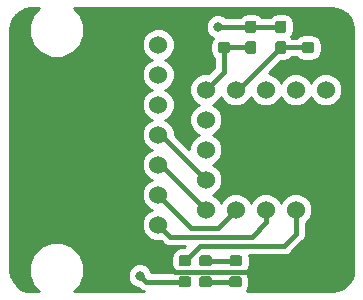
<source format=gbr>
G04 #@! TF.GenerationSoftware,KiCad,Pcbnew,(5.0.0)*
G04 #@! TF.CreationDate,2018-12-16T16:19:50-06:00*
G04 #@! TF.ProjectId,IMUBreakout_Hardware,494D55427265616B6F75745F48617264,rev?*
G04 #@! TF.SameCoordinates,Original*
G04 #@! TF.FileFunction,Copper,L1,Top,Signal*
G04 #@! TF.FilePolarity,Positive*
%FSLAX46Y46*%
G04 Gerber Fmt 4.6, Leading zero omitted, Abs format (unit mm)*
G04 Created by KiCad (PCBNEW (5.0.0)) date 12/16/18 16:19:50*
%MOMM*%
%LPD*%
G01*
G04 APERTURE LIST*
G04 #@! TA.AperFunction,Conductor*
%ADD10C,0.100000*%
G04 #@! TD*
G04 #@! TA.AperFunction,SMDPad,CuDef*
%ADD11C,0.950000*%
G04 #@! TD*
G04 #@! TA.AperFunction,ComponentPad*
%ADD12C,1.524000*%
G04 #@! TD*
G04 #@! TA.AperFunction,ComponentPad*
%ADD13R,1.524000X1.524000*%
G04 #@! TD*
G04 #@! TA.AperFunction,ViaPad*
%ADD14C,0.800000*%
G04 #@! TD*
G04 #@! TA.AperFunction,Conductor*
%ADD15C,0.381000*%
G04 #@! TD*
G04 #@! TA.AperFunction,Conductor*
%ADD16C,0.254000*%
G04 #@! TD*
G04 APERTURE END LIST*
D10*
G04 #@! TO.N,+3V3*
G04 #@! TO.C,R3*
G36*
X155962779Y-88124744D02*
X155985834Y-88128163D01*
X156008443Y-88133827D01*
X156030387Y-88141679D01*
X156051457Y-88151644D01*
X156071448Y-88163626D01*
X156090168Y-88177510D01*
X156107438Y-88193162D01*
X156123090Y-88210432D01*
X156136974Y-88229152D01*
X156148956Y-88249143D01*
X156158921Y-88270213D01*
X156166773Y-88292157D01*
X156172437Y-88314766D01*
X156175856Y-88337821D01*
X156177000Y-88361100D01*
X156177000Y-88936100D01*
X156175856Y-88959379D01*
X156172437Y-88982434D01*
X156166773Y-89005043D01*
X156158921Y-89026987D01*
X156148956Y-89048057D01*
X156136974Y-89068048D01*
X156123090Y-89086768D01*
X156107438Y-89104038D01*
X156090168Y-89119690D01*
X156071448Y-89133574D01*
X156051457Y-89145556D01*
X156030387Y-89155521D01*
X156008443Y-89163373D01*
X155985834Y-89169037D01*
X155962779Y-89172456D01*
X155939500Y-89173600D01*
X155464500Y-89173600D01*
X155441221Y-89172456D01*
X155418166Y-89169037D01*
X155395557Y-89163373D01*
X155373613Y-89155521D01*
X155352543Y-89145556D01*
X155332552Y-89133574D01*
X155313832Y-89119690D01*
X155296562Y-89104038D01*
X155280910Y-89086768D01*
X155267026Y-89068048D01*
X155255044Y-89048057D01*
X155245079Y-89026987D01*
X155237227Y-89005043D01*
X155231563Y-88982434D01*
X155228144Y-88959379D01*
X155227000Y-88936100D01*
X155227000Y-88361100D01*
X155228144Y-88337821D01*
X155231563Y-88314766D01*
X155237227Y-88292157D01*
X155245079Y-88270213D01*
X155255044Y-88249143D01*
X155267026Y-88229152D01*
X155280910Y-88210432D01*
X155296562Y-88193162D01*
X155313832Y-88177510D01*
X155332552Y-88163626D01*
X155352543Y-88151644D01*
X155373613Y-88141679D01*
X155395557Y-88133827D01*
X155418166Y-88128163D01*
X155441221Y-88124744D01*
X155464500Y-88123600D01*
X155939500Y-88123600D01*
X155962779Y-88124744D01*
X155962779Y-88124744D01*
G37*
D11*
G04 #@! TD*
G04 #@! TO.P,R3,2*
G04 #@! TO.N,+3V3*
X155702000Y-88648600D03*
D10*
G04 #@! TO.N,SDOM*
G04 #@! TO.C,R3*
G36*
X155962779Y-89874744D02*
X155985834Y-89878163D01*
X156008443Y-89883827D01*
X156030387Y-89891679D01*
X156051457Y-89901644D01*
X156071448Y-89913626D01*
X156090168Y-89927510D01*
X156107438Y-89943162D01*
X156123090Y-89960432D01*
X156136974Y-89979152D01*
X156148956Y-89999143D01*
X156158921Y-90020213D01*
X156166773Y-90042157D01*
X156172437Y-90064766D01*
X156175856Y-90087821D01*
X156177000Y-90111100D01*
X156177000Y-90686100D01*
X156175856Y-90709379D01*
X156172437Y-90732434D01*
X156166773Y-90755043D01*
X156158921Y-90776987D01*
X156148956Y-90798057D01*
X156136974Y-90818048D01*
X156123090Y-90836768D01*
X156107438Y-90854038D01*
X156090168Y-90869690D01*
X156071448Y-90883574D01*
X156051457Y-90895556D01*
X156030387Y-90905521D01*
X156008443Y-90913373D01*
X155985834Y-90919037D01*
X155962779Y-90922456D01*
X155939500Y-90923600D01*
X155464500Y-90923600D01*
X155441221Y-90922456D01*
X155418166Y-90919037D01*
X155395557Y-90913373D01*
X155373613Y-90905521D01*
X155352543Y-90895556D01*
X155332552Y-90883574D01*
X155313832Y-90869690D01*
X155296562Y-90854038D01*
X155280910Y-90836768D01*
X155267026Y-90818048D01*
X155255044Y-90798057D01*
X155245079Y-90776987D01*
X155237227Y-90755043D01*
X155231563Y-90732434D01*
X155228144Y-90709379D01*
X155227000Y-90686100D01*
X155227000Y-90111100D01*
X155228144Y-90087821D01*
X155231563Y-90064766D01*
X155237227Y-90042157D01*
X155245079Y-90020213D01*
X155255044Y-89999143D01*
X155267026Y-89979152D01*
X155280910Y-89960432D01*
X155296562Y-89943162D01*
X155313832Y-89927510D01*
X155332552Y-89913626D01*
X155352543Y-89901644D01*
X155373613Y-89891679D01*
X155395557Y-89883827D01*
X155418166Y-89878163D01*
X155441221Y-89874744D01*
X155464500Y-89873600D01*
X155939500Y-89873600D01*
X155962779Y-89874744D01*
X155962779Y-89874744D01*
G37*
D11*
G04 #@! TD*
G04 #@! TO.P,R3,1*
G04 #@! TO.N,SDOM*
X155702000Y-90398600D03*
D12*
G04 #@! TO.P,Conn1,1*
G04 #@! TO.N,GND*
X147886958Y-107950000D03*
G04 #@! TO.P,Conn1,2*
G04 #@! TO.N,INT2AG*
X147886958Y-105410000D03*
G04 #@! TO.P,Conn1,3*
G04 #@! TO.N,INT1AG*
X147886958Y-102870000D03*
G04 #@! TO.P,Conn1,4*
G04 #@! TO.N,INTM*
X147886958Y-100330000D03*
G04 #@! TO.P,Conn1,5*
G04 #@! TO.N,DRDYM*
X147886958Y-97790000D03*
G04 #@! TO.P,Conn1,6*
G04 #@! TO.N,SDA*
X147886958Y-95250000D03*
G04 #@! TO.P,Conn1,7*
G04 #@! TO.N,SCL*
X147886958Y-92710000D03*
G04 #@! TO.P,Conn1,8*
G04 #@! TO.N,+3V3*
X147886958Y-90170000D03*
G04 #@! TD*
D10*
G04 #@! TO.N,SDOAG*
G04 #@! TO.C,R1*
G36*
X158502779Y-89874744D02*
X158525834Y-89878163D01*
X158548443Y-89883827D01*
X158570387Y-89891679D01*
X158591457Y-89901644D01*
X158611448Y-89913626D01*
X158630168Y-89927510D01*
X158647438Y-89943162D01*
X158663090Y-89960432D01*
X158676974Y-89979152D01*
X158688956Y-89999143D01*
X158698921Y-90020213D01*
X158706773Y-90042157D01*
X158712437Y-90064766D01*
X158715856Y-90087821D01*
X158717000Y-90111100D01*
X158717000Y-90686100D01*
X158715856Y-90709379D01*
X158712437Y-90732434D01*
X158706773Y-90755043D01*
X158698921Y-90776987D01*
X158688956Y-90798057D01*
X158676974Y-90818048D01*
X158663090Y-90836768D01*
X158647438Y-90854038D01*
X158630168Y-90869690D01*
X158611448Y-90883574D01*
X158591457Y-90895556D01*
X158570387Y-90905521D01*
X158548443Y-90913373D01*
X158525834Y-90919037D01*
X158502779Y-90922456D01*
X158479500Y-90923600D01*
X158004500Y-90923600D01*
X157981221Y-90922456D01*
X157958166Y-90919037D01*
X157935557Y-90913373D01*
X157913613Y-90905521D01*
X157892543Y-90895556D01*
X157872552Y-90883574D01*
X157853832Y-90869690D01*
X157836562Y-90854038D01*
X157820910Y-90836768D01*
X157807026Y-90818048D01*
X157795044Y-90798057D01*
X157785079Y-90776987D01*
X157777227Y-90755043D01*
X157771563Y-90732434D01*
X157768144Y-90709379D01*
X157767000Y-90686100D01*
X157767000Y-90111100D01*
X157768144Y-90087821D01*
X157771563Y-90064766D01*
X157777227Y-90042157D01*
X157785079Y-90020213D01*
X157795044Y-89999143D01*
X157807026Y-89979152D01*
X157820910Y-89960432D01*
X157836562Y-89943162D01*
X157853832Y-89927510D01*
X157872552Y-89913626D01*
X157892543Y-89901644D01*
X157913613Y-89891679D01*
X157935557Y-89883827D01*
X157958166Y-89878163D01*
X157981221Y-89874744D01*
X158004500Y-89873600D01*
X158479500Y-89873600D01*
X158502779Y-89874744D01*
X158502779Y-89874744D01*
G37*
D11*
G04 #@! TD*
G04 #@! TO.P,R1,1*
G04 #@! TO.N,SDOAG*
X158242000Y-90398600D03*
D10*
G04 #@! TO.N,+3V3*
G04 #@! TO.C,R1*
G36*
X158502779Y-88124744D02*
X158525834Y-88128163D01*
X158548443Y-88133827D01*
X158570387Y-88141679D01*
X158591457Y-88151644D01*
X158611448Y-88163626D01*
X158630168Y-88177510D01*
X158647438Y-88193162D01*
X158663090Y-88210432D01*
X158676974Y-88229152D01*
X158688956Y-88249143D01*
X158698921Y-88270213D01*
X158706773Y-88292157D01*
X158712437Y-88314766D01*
X158715856Y-88337821D01*
X158717000Y-88361100D01*
X158717000Y-88936100D01*
X158715856Y-88959379D01*
X158712437Y-88982434D01*
X158706773Y-89005043D01*
X158698921Y-89026987D01*
X158688956Y-89048057D01*
X158676974Y-89068048D01*
X158663090Y-89086768D01*
X158647438Y-89104038D01*
X158630168Y-89119690D01*
X158611448Y-89133574D01*
X158591457Y-89145556D01*
X158570387Y-89155521D01*
X158548443Y-89163373D01*
X158525834Y-89169037D01*
X158502779Y-89172456D01*
X158479500Y-89173600D01*
X158004500Y-89173600D01*
X157981221Y-89172456D01*
X157958166Y-89169037D01*
X157935557Y-89163373D01*
X157913613Y-89155521D01*
X157892543Y-89145556D01*
X157872552Y-89133574D01*
X157853832Y-89119690D01*
X157836562Y-89104038D01*
X157820910Y-89086768D01*
X157807026Y-89068048D01*
X157795044Y-89048057D01*
X157785079Y-89026987D01*
X157777227Y-89005043D01*
X157771563Y-88982434D01*
X157768144Y-88959379D01*
X157767000Y-88936100D01*
X157767000Y-88361100D01*
X157768144Y-88337821D01*
X157771563Y-88314766D01*
X157777227Y-88292157D01*
X157785079Y-88270213D01*
X157795044Y-88249143D01*
X157807026Y-88229152D01*
X157820910Y-88210432D01*
X157836562Y-88193162D01*
X157853832Y-88177510D01*
X157872552Y-88163626D01*
X157892543Y-88151644D01*
X157913613Y-88141679D01*
X157935557Y-88133827D01*
X157958166Y-88128163D01*
X157981221Y-88124744D01*
X158004500Y-88123600D01*
X158479500Y-88123600D01*
X158502779Y-88124744D01*
X158502779Y-88124744D01*
G37*
D11*
G04 #@! TD*
G04 #@! TO.P,R1,2*
G04 #@! TO.N,+3V3*
X158242000Y-88648600D03*
D10*
G04 #@! TO.N,SDOAG*
G04 #@! TO.C,R2*
G36*
X160838779Y-89924744D02*
X160861834Y-89928163D01*
X160884443Y-89933827D01*
X160906387Y-89941679D01*
X160927457Y-89951644D01*
X160947448Y-89963626D01*
X160966168Y-89977510D01*
X160983438Y-89993162D01*
X160999090Y-90010432D01*
X161012974Y-90029152D01*
X161024956Y-90049143D01*
X161034921Y-90070213D01*
X161042773Y-90092157D01*
X161048437Y-90114766D01*
X161051856Y-90137821D01*
X161053000Y-90161100D01*
X161053000Y-90636100D01*
X161051856Y-90659379D01*
X161048437Y-90682434D01*
X161042773Y-90705043D01*
X161034921Y-90726987D01*
X161024956Y-90748057D01*
X161012974Y-90768048D01*
X160999090Y-90786768D01*
X160983438Y-90804038D01*
X160966168Y-90819690D01*
X160947448Y-90833574D01*
X160927457Y-90845556D01*
X160906387Y-90855521D01*
X160884443Y-90863373D01*
X160861834Y-90869037D01*
X160838779Y-90872456D01*
X160815500Y-90873600D01*
X160240500Y-90873600D01*
X160217221Y-90872456D01*
X160194166Y-90869037D01*
X160171557Y-90863373D01*
X160149613Y-90855521D01*
X160128543Y-90845556D01*
X160108552Y-90833574D01*
X160089832Y-90819690D01*
X160072562Y-90804038D01*
X160056910Y-90786768D01*
X160043026Y-90768048D01*
X160031044Y-90748057D01*
X160021079Y-90726987D01*
X160013227Y-90705043D01*
X160007563Y-90682434D01*
X160004144Y-90659379D01*
X160003000Y-90636100D01*
X160003000Y-90161100D01*
X160004144Y-90137821D01*
X160007563Y-90114766D01*
X160013227Y-90092157D01*
X160021079Y-90070213D01*
X160031044Y-90049143D01*
X160043026Y-90029152D01*
X160056910Y-90010432D01*
X160072562Y-89993162D01*
X160089832Y-89977510D01*
X160108552Y-89963626D01*
X160128543Y-89951644D01*
X160149613Y-89941679D01*
X160171557Y-89933827D01*
X160194166Y-89928163D01*
X160217221Y-89924744D01*
X160240500Y-89923600D01*
X160815500Y-89923600D01*
X160838779Y-89924744D01*
X160838779Y-89924744D01*
G37*
D11*
G04 #@! TD*
G04 #@! TO.P,R2,1*
G04 #@! TO.N,SDOAG*
X160528000Y-90398600D03*
D10*
G04 #@! TO.N,GND*
G04 #@! TO.C,R2*
G36*
X162588779Y-89924744D02*
X162611834Y-89928163D01*
X162634443Y-89933827D01*
X162656387Y-89941679D01*
X162677457Y-89951644D01*
X162697448Y-89963626D01*
X162716168Y-89977510D01*
X162733438Y-89993162D01*
X162749090Y-90010432D01*
X162762974Y-90029152D01*
X162774956Y-90049143D01*
X162784921Y-90070213D01*
X162792773Y-90092157D01*
X162798437Y-90114766D01*
X162801856Y-90137821D01*
X162803000Y-90161100D01*
X162803000Y-90636100D01*
X162801856Y-90659379D01*
X162798437Y-90682434D01*
X162792773Y-90705043D01*
X162784921Y-90726987D01*
X162774956Y-90748057D01*
X162762974Y-90768048D01*
X162749090Y-90786768D01*
X162733438Y-90804038D01*
X162716168Y-90819690D01*
X162697448Y-90833574D01*
X162677457Y-90845556D01*
X162656387Y-90855521D01*
X162634443Y-90863373D01*
X162611834Y-90869037D01*
X162588779Y-90872456D01*
X162565500Y-90873600D01*
X161990500Y-90873600D01*
X161967221Y-90872456D01*
X161944166Y-90869037D01*
X161921557Y-90863373D01*
X161899613Y-90855521D01*
X161878543Y-90845556D01*
X161858552Y-90833574D01*
X161839832Y-90819690D01*
X161822562Y-90804038D01*
X161806910Y-90786768D01*
X161793026Y-90768048D01*
X161781044Y-90748057D01*
X161771079Y-90726987D01*
X161763227Y-90705043D01*
X161757563Y-90682434D01*
X161754144Y-90659379D01*
X161753000Y-90636100D01*
X161753000Y-90161100D01*
X161754144Y-90137821D01*
X161757563Y-90114766D01*
X161763227Y-90092157D01*
X161771079Y-90070213D01*
X161781044Y-90049143D01*
X161793026Y-90029152D01*
X161806910Y-90010432D01*
X161822562Y-89993162D01*
X161839832Y-89977510D01*
X161858552Y-89963626D01*
X161878543Y-89951644D01*
X161899613Y-89941679D01*
X161921557Y-89933827D01*
X161944166Y-89928163D01*
X161967221Y-89924744D01*
X161990500Y-89923600D01*
X162565500Y-89923600D01*
X162588779Y-89924744D01*
X162588779Y-89924744D01*
G37*
D11*
G04 #@! TD*
G04 #@! TO.P,R2,2*
G04 #@! TO.N,GND*
X162278000Y-90398600D03*
D10*
G04 #@! TO.N,GND*
G04 #@! TO.C,R4*
G36*
X151976779Y-89924744D02*
X151999834Y-89928163D01*
X152022443Y-89933827D01*
X152044387Y-89941679D01*
X152065457Y-89951644D01*
X152085448Y-89963626D01*
X152104168Y-89977510D01*
X152121438Y-89993162D01*
X152137090Y-90010432D01*
X152150974Y-90029152D01*
X152162956Y-90049143D01*
X152172921Y-90070213D01*
X152180773Y-90092157D01*
X152186437Y-90114766D01*
X152189856Y-90137821D01*
X152191000Y-90161100D01*
X152191000Y-90636100D01*
X152189856Y-90659379D01*
X152186437Y-90682434D01*
X152180773Y-90705043D01*
X152172921Y-90726987D01*
X152162956Y-90748057D01*
X152150974Y-90768048D01*
X152137090Y-90786768D01*
X152121438Y-90804038D01*
X152104168Y-90819690D01*
X152085448Y-90833574D01*
X152065457Y-90845556D01*
X152044387Y-90855521D01*
X152022443Y-90863373D01*
X151999834Y-90869037D01*
X151976779Y-90872456D01*
X151953500Y-90873600D01*
X151378500Y-90873600D01*
X151355221Y-90872456D01*
X151332166Y-90869037D01*
X151309557Y-90863373D01*
X151287613Y-90855521D01*
X151266543Y-90845556D01*
X151246552Y-90833574D01*
X151227832Y-90819690D01*
X151210562Y-90804038D01*
X151194910Y-90786768D01*
X151181026Y-90768048D01*
X151169044Y-90748057D01*
X151159079Y-90726987D01*
X151151227Y-90705043D01*
X151145563Y-90682434D01*
X151142144Y-90659379D01*
X151141000Y-90636100D01*
X151141000Y-90161100D01*
X151142144Y-90137821D01*
X151145563Y-90114766D01*
X151151227Y-90092157D01*
X151159079Y-90070213D01*
X151169044Y-90049143D01*
X151181026Y-90029152D01*
X151194910Y-90010432D01*
X151210562Y-89993162D01*
X151227832Y-89977510D01*
X151246552Y-89963626D01*
X151266543Y-89951644D01*
X151287613Y-89941679D01*
X151309557Y-89933827D01*
X151332166Y-89928163D01*
X151355221Y-89924744D01*
X151378500Y-89923600D01*
X151953500Y-89923600D01*
X151976779Y-89924744D01*
X151976779Y-89924744D01*
G37*
D11*
G04 #@! TD*
G04 #@! TO.P,R4,2*
G04 #@! TO.N,GND*
X151666000Y-90398600D03*
D10*
G04 #@! TO.N,SDOM*
G04 #@! TO.C,R4*
G36*
X153726779Y-89924744D02*
X153749834Y-89928163D01*
X153772443Y-89933827D01*
X153794387Y-89941679D01*
X153815457Y-89951644D01*
X153835448Y-89963626D01*
X153854168Y-89977510D01*
X153871438Y-89993162D01*
X153887090Y-90010432D01*
X153900974Y-90029152D01*
X153912956Y-90049143D01*
X153922921Y-90070213D01*
X153930773Y-90092157D01*
X153936437Y-90114766D01*
X153939856Y-90137821D01*
X153941000Y-90161100D01*
X153941000Y-90636100D01*
X153939856Y-90659379D01*
X153936437Y-90682434D01*
X153930773Y-90705043D01*
X153922921Y-90726987D01*
X153912956Y-90748057D01*
X153900974Y-90768048D01*
X153887090Y-90786768D01*
X153871438Y-90804038D01*
X153854168Y-90819690D01*
X153835448Y-90833574D01*
X153815457Y-90845556D01*
X153794387Y-90855521D01*
X153772443Y-90863373D01*
X153749834Y-90869037D01*
X153726779Y-90872456D01*
X153703500Y-90873600D01*
X153128500Y-90873600D01*
X153105221Y-90872456D01*
X153082166Y-90869037D01*
X153059557Y-90863373D01*
X153037613Y-90855521D01*
X153016543Y-90845556D01*
X152996552Y-90833574D01*
X152977832Y-90819690D01*
X152960562Y-90804038D01*
X152944910Y-90786768D01*
X152931026Y-90768048D01*
X152919044Y-90748057D01*
X152909079Y-90726987D01*
X152901227Y-90705043D01*
X152895563Y-90682434D01*
X152892144Y-90659379D01*
X152891000Y-90636100D01*
X152891000Y-90161100D01*
X152892144Y-90137821D01*
X152895563Y-90114766D01*
X152901227Y-90092157D01*
X152909079Y-90070213D01*
X152919044Y-90049143D01*
X152931026Y-90029152D01*
X152944910Y-90010432D01*
X152960562Y-89993162D01*
X152977832Y-89977510D01*
X152996552Y-89963626D01*
X153016543Y-89951644D01*
X153037613Y-89941679D01*
X153059557Y-89933827D01*
X153082166Y-89928163D01*
X153105221Y-89924744D01*
X153128500Y-89923600D01*
X153703500Y-89923600D01*
X153726779Y-89924744D01*
X153726779Y-89924744D01*
G37*
D11*
G04 #@! TD*
G04 #@! TO.P,R4,1*
G04 #@! TO.N,SDOM*
X153416000Y-90398600D03*
D12*
G04 #@! TO.P,U1,5*
G04 #@! TO.N,SDOM*
X151892000Y-93980000D03*
G04 #@! TO.P,U1,6*
G04 #@! TO.N,+3V3*
X151892000Y-96520000D03*
G04 #@! TO.P,U1,7*
X151892000Y-99060000D03*
G04 #@! TO.P,U1,8*
G04 #@! TO.N,DRDYM*
X151892000Y-101600000D03*
G04 #@! TO.P,U1,9*
G04 #@! TO.N,INTM*
X151892000Y-104140000D03*
G04 #@! TO.P,U1,10*
G04 #@! TO.N,INT1AG*
X154432000Y-104140000D03*
G04 #@! TO.P,U1,11*
G04 #@! TO.N,INT2AG*
X156972000Y-104140000D03*
G04 #@! TO.P,U1,12*
G04 #@! TO.N,+3V3*
X159512000Y-104140000D03*
D13*
G04 #@! TO.P,U1,13*
G04 #@! TO.N,GND*
X162052000Y-104140000D03*
D12*
G04 #@! TO.P,U1,4*
G04 #@! TO.N,SDOAG*
X154432000Y-93980000D03*
G04 #@! TO.P,U1,3*
G04 #@! TO.N,SDA*
X156972000Y-93980000D03*
G04 #@! TO.P,U1,2*
G04 #@! TO.N,SCL*
X159512000Y-93980000D03*
G04 #@! TO.P,U1,1*
G04 #@! TO.N,+3V3*
X162052000Y-93980000D03*
G04 #@! TD*
D10*
G04 #@! TO.N,GND*
G04 #@! TO.C,D1*
G36*
X156464779Y-109762144D02*
X156487834Y-109765563D01*
X156510443Y-109771227D01*
X156532387Y-109779079D01*
X156553457Y-109789044D01*
X156573448Y-109801026D01*
X156592168Y-109814910D01*
X156609438Y-109830562D01*
X156625090Y-109847832D01*
X156638974Y-109866552D01*
X156650956Y-109886543D01*
X156660921Y-109907613D01*
X156668773Y-109929557D01*
X156674437Y-109952166D01*
X156677856Y-109975221D01*
X156679000Y-109998500D01*
X156679000Y-110473500D01*
X156677856Y-110496779D01*
X156674437Y-110519834D01*
X156668773Y-110542443D01*
X156660921Y-110564387D01*
X156650956Y-110585457D01*
X156638974Y-110605448D01*
X156625090Y-110624168D01*
X156609438Y-110641438D01*
X156592168Y-110657090D01*
X156573448Y-110670974D01*
X156553457Y-110682956D01*
X156532387Y-110692921D01*
X156510443Y-110700773D01*
X156487834Y-110706437D01*
X156464779Y-110709856D01*
X156441500Y-110711000D01*
X155866500Y-110711000D01*
X155843221Y-110709856D01*
X155820166Y-110706437D01*
X155797557Y-110700773D01*
X155775613Y-110692921D01*
X155754543Y-110682956D01*
X155734552Y-110670974D01*
X155715832Y-110657090D01*
X155698562Y-110641438D01*
X155682910Y-110624168D01*
X155669026Y-110605448D01*
X155657044Y-110585457D01*
X155647079Y-110564387D01*
X155639227Y-110542443D01*
X155633563Y-110519834D01*
X155630144Y-110496779D01*
X155629000Y-110473500D01*
X155629000Y-109998500D01*
X155630144Y-109975221D01*
X155633563Y-109952166D01*
X155639227Y-109929557D01*
X155647079Y-109907613D01*
X155657044Y-109886543D01*
X155669026Y-109866552D01*
X155682910Y-109847832D01*
X155698562Y-109830562D01*
X155715832Y-109814910D01*
X155734552Y-109801026D01*
X155754543Y-109789044D01*
X155775613Y-109779079D01*
X155797557Y-109771227D01*
X155820166Y-109765563D01*
X155843221Y-109762144D01*
X155866500Y-109761000D01*
X156441500Y-109761000D01*
X156464779Y-109762144D01*
X156464779Y-109762144D01*
G37*
D11*
G04 #@! TD*
G04 #@! TO.P,D1,1*
G04 #@! TO.N,GND*
X156154000Y-110236000D03*
D10*
G04 #@! TO.N,Net-(D1-Pad2)*
G04 #@! TO.C,D1*
G36*
X154714779Y-109762144D02*
X154737834Y-109765563D01*
X154760443Y-109771227D01*
X154782387Y-109779079D01*
X154803457Y-109789044D01*
X154823448Y-109801026D01*
X154842168Y-109814910D01*
X154859438Y-109830562D01*
X154875090Y-109847832D01*
X154888974Y-109866552D01*
X154900956Y-109886543D01*
X154910921Y-109907613D01*
X154918773Y-109929557D01*
X154924437Y-109952166D01*
X154927856Y-109975221D01*
X154929000Y-109998500D01*
X154929000Y-110473500D01*
X154927856Y-110496779D01*
X154924437Y-110519834D01*
X154918773Y-110542443D01*
X154910921Y-110564387D01*
X154900956Y-110585457D01*
X154888974Y-110605448D01*
X154875090Y-110624168D01*
X154859438Y-110641438D01*
X154842168Y-110657090D01*
X154823448Y-110670974D01*
X154803457Y-110682956D01*
X154782387Y-110692921D01*
X154760443Y-110700773D01*
X154737834Y-110706437D01*
X154714779Y-110709856D01*
X154691500Y-110711000D01*
X154116500Y-110711000D01*
X154093221Y-110709856D01*
X154070166Y-110706437D01*
X154047557Y-110700773D01*
X154025613Y-110692921D01*
X154004543Y-110682956D01*
X153984552Y-110670974D01*
X153965832Y-110657090D01*
X153948562Y-110641438D01*
X153932910Y-110624168D01*
X153919026Y-110605448D01*
X153907044Y-110585457D01*
X153897079Y-110564387D01*
X153889227Y-110542443D01*
X153883563Y-110519834D01*
X153880144Y-110496779D01*
X153879000Y-110473500D01*
X153879000Y-109998500D01*
X153880144Y-109975221D01*
X153883563Y-109952166D01*
X153889227Y-109929557D01*
X153897079Y-109907613D01*
X153907044Y-109886543D01*
X153919026Y-109866552D01*
X153932910Y-109847832D01*
X153948562Y-109830562D01*
X153965832Y-109814910D01*
X153984552Y-109801026D01*
X154004543Y-109789044D01*
X154025613Y-109779079D01*
X154047557Y-109771227D01*
X154070166Y-109765563D01*
X154093221Y-109762144D01*
X154116500Y-109761000D01*
X154691500Y-109761000D01*
X154714779Y-109762144D01*
X154714779Y-109762144D01*
G37*
D11*
G04 #@! TD*
G04 #@! TO.P,D1,2*
G04 #@! TO.N,Net-(D1-Pad2)*
X154404000Y-110236000D03*
D10*
G04 #@! TO.N,Net-(D2-Pad2)*
G04 #@! TO.C,D2*
G36*
X154742779Y-107984144D02*
X154765834Y-107987563D01*
X154788443Y-107993227D01*
X154810387Y-108001079D01*
X154831457Y-108011044D01*
X154851448Y-108023026D01*
X154870168Y-108036910D01*
X154887438Y-108052562D01*
X154903090Y-108069832D01*
X154916974Y-108088552D01*
X154928956Y-108108543D01*
X154938921Y-108129613D01*
X154946773Y-108151557D01*
X154952437Y-108174166D01*
X154955856Y-108197221D01*
X154957000Y-108220500D01*
X154957000Y-108695500D01*
X154955856Y-108718779D01*
X154952437Y-108741834D01*
X154946773Y-108764443D01*
X154938921Y-108786387D01*
X154928956Y-108807457D01*
X154916974Y-108827448D01*
X154903090Y-108846168D01*
X154887438Y-108863438D01*
X154870168Y-108879090D01*
X154851448Y-108892974D01*
X154831457Y-108904956D01*
X154810387Y-108914921D01*
X154788443Y-108922773D01*
X154765834Y-108928437D01*
X154742779Y-108931856D01*
X154719500Y-108933000D01*
X154144500Y-108933000D01*
X154121221Y-108931856D01*
X154098166Y-108928437D01*
X154075557Y-108922773D01*
X154053613Y-108914921D01*
X154032543Y-108904956D01*
X154012552Y-108892974D01*
X153993832Y-108879090D01*
X153976562Y-108863438D01*
X153960910Y-108846168D01*
X153947026Y-108827448D01*
X153935044Y-108807457D01*
X153925079Y-108786387D01*
X153917227Y-108764443D01*
X153911563Y-108741834D01*
X153908144Y-108718779D01*
X153907000Y-108695500D01*
X153907000Y-108220500D01*
X153908144Y-108197221D01*
X153911563Y-108174166D01*
X153917227Y-108151557D01*
X153925079Y-108129613D01*
X153935044Y-108108543D01*
X153947026Y-108088552D01*
X153960910Y-108069832D01*
X153976562Y-108052562D01*
X153993832Y-108036910D01*
X154012552Y-108023026D01*
X154032543Y-108011044D01*
X154053613Y-108001079D01*
X154075557Y-107993227D01*
X154098166Y-107987563D01*
X154121221Y-107984144D01*
X154144500Y-107983000D01*
X154719500Y-107983000D01*
X154742779Y-107984144D01*
X154742779Y-107984144D01*
G37*
D11*
G04 #@! TD*
G04 #@! TO.P,D2,2*
G04 #@! TO.N,Net-(D2-Pad2)*
X154432000Y-108458000D03*
D10*
G04 #@! TO.N,GND*
G04 #@! TO.C,D2*
G36*
X156492779Y-107984144D02*
X156515834Y-107987563D01*
X156538443Y-107993227D01*
X156560387Y-108001079D01*
X156581457Y-108011044D01*
X156601448Y-108023026D01*
X156620168Y-108036910D01*
X156637438Y-108052562D01*
X156653090Y-108069832D01*
X156666974Y-108088552D01*
X156678956Y-108108543D01*
X156688921Y-108129613D01*
X156696773Y-108151557D01*
X156702437Y-108174166D01*
X156705856Y-108197221D01*
X156707000Y-108220500D01*
X156707000Y-108695500D01*
X156705856Y-108718779D01*
X156702437Y-108741834D01*
X156696773Y-108764443D01*
X156688921Y-108786387D01*
X156678956Y-108807457D01*
X156666974Y-108827448D01*
X156653090Y-108846168D01*
X156637438Y-108863438D01*
X156620168Y-108879090D01*
X156601448Y-108892974D01*
X156581457Y-108904956D01*
X156560387Y-108914921D01*
X156538443Y-108922773D01*
X156515834Y-108928437D01*
X156492779Y-108931856D01*
X156469500Y-108933000D01*
X155894500Y-108933000D01*
X155871221Y-108931856D01*
X155848166Y-108928437D01*
X155825557Y-108922773D01*
X155803613Y-108914921D01*
X155782543Y-108904956D01*
X155762552Y-108892974D01*
X155743832Y-108879090D01*
X155726562Y-108863438D01*
X155710910Y-108846168D01*
X155697026Y-108827448D01*
X155685044Y-108807457D01*
X155675079Y-108786387D01*
X155667227Y-108764443D01*
X155661563Y-108741834D01*
X155658144Y-108718779D01*
X155657000Y-108695500D01*
X155657000Y-108220500D01*
X155658144Y-108197221D01*
X155661563Y-108174166D01*
X155667227Y-108151557D01*
X155675079Y-108129613D01*
X155685044Y-108108543D01*
X155697026Y-108088552D01*
X155710910Y-108069832D01*
X155726562Y-108052562D01*
X155743832Y-108036910D01*
X155762552Y-108023026D01*
X155782543Y-108011044D01*
X155803613Y-108001079D01*
X155825557Y-107993227D01*
X155848166Y-107987563D01*
X155871221Y-107984144D01*
X155894500Y-107983000D01*
X156469500Y-107983000D01*
X156492779Y-107984144D01*
X156492779Y-107984144D01*
G37*
D11*
G04 #@! TD*
G04 #@! TO.P,D2,1*
G04 #@! TO.N,GND*
X156182000Y-108458000D03*
D10*
G04 #@! TO.N,SDA*
G04 #@! TO.C,R5*
G36*
X150424779Y-109762144D02*
X150447834Y-109765563D01*
X150470443Y-109771227D01*
X150492387Y-109779079D01*
X150513457Y-109789044D01*
X150533448Y-109801026D01*
X150552168Y-109814910D01*
X150569438Y-109830562D01*
X150585090Y-109847832D01*
X150598974Y-109866552D01*
X150610956Y-109886543D01*
X150620921Y-109907613D01*
X150628773Y-109929557D01*
X150634437Y-109952166D01*
X150637856Y-109975221D01*
X150639000Y-109998500D01*
X150639000Y-110473500D01*
X150637856Y-110496779D01*
X150634437Y-110519834D01*
X150628773Y-110542443D01*
X150620921Y-110564387D01*
X150610956Y-110585457D01*
X150598974Y-110605448D01*
X150585090Y-110624168D01*
X150569438Y-110641438D01*
X150552168Y-110657090D01*
X150533448Y-110670974D01*
X150513457Y-110682956D01*
X150492387Y-110692921D01*
X150470443Y-110700773D01*
X150447834Y-110706437D01*
X150424779Y-110709856D01*
X150401500Y-110711000D01*
X149826500Y-110711000D01*
X149803221Y-110709856D01*
X149780166Y-110706437D01*
X149757557Y-110700773D01*
X149735613Y-110692921D01*
X149714543Y-110682956D01*
X149694552Y-110670974D01*
X149675832Y-110657090D01*
X149658562Y-110641438D01*
X149642910Y-110624168D01*
X149629026Y-110605448D01*
X149617044Y-110585457D01*
X149607079Y-110564387D01*
X149599227Y-110542443D01*
X149593563Y-110519834D01*
X149590144Y-110496779D01*
X149589000Y-110473500D01*
X149589000Y-109998500D01*
X149590144Y-109975221D01*
X149593563Y-109952166D01*
X149599227Y-109929557D01*
X149607079Y-109907613D01*
X149617044Y-109886543D01*
X149629026Y-109866552D01*
X149642910Y-109847832D01*
X149658562Y-109830562D01*
X149675832Y-109814910D01*
X149694552Y-109801026D01*
X149714543Y-109789044D01*
X149735613Y-109779079D01*
X149757557Y-109771227D01*
X149780166Y-109765563D01*
X149803221Y-109762144D01*
X149826500Y-109761000D01*
X150401500Y-109761000D01*
X150424779Y-109762144D01*
X150424779Y-109762144D01*
G37*
D11*
G04 #@! TD*
G04 #@! TO.P,R5,1*
G04 #@! TO.N,SDA*
X150114000Y-110236000D03*
D10*
G04 #@! TO.N,Net-(D1-Pad2)*
G04 #@! TO.C,R5*
G36*
X152174779Y-109762144D02*
X152197834Y-109765563D01*
X152220443Y-109771227D01*
X152242387Y-109779079D01*
X152263457Y-109789044D01*
X152283448Y-109801026D01*
X152302168Y-109814910D01*
X152319438Y-109830562D01*
X152335090Y-109847832D01*
X152348974Y-109866552D01*
X152360956Y-109886543D01*
X152370921Y-109907613D01*
X152378773Y-109929557D01*
X152384437Y-109952166D01*
X152387856Y-109975221D01*
X152389000Y-109998500D01*
X152389000Y-110473500D01*
X152387856Y-110496779D01*
X152384437Y-110519834D01*
X152378773Y-110542443D01*
X152370921Y-110564387D01*
X152360956Y-110585457D01*
X152348974Y-110605448D01*
X152335090Y-110624168D01*
X152319438Y-110641438D01*
X152302168Y-110657090D01*
X152283448Y-110670974D01*
X152263457Y-110682956D01*
X152242387Y-110692921D01*
X152220443Y-110700773D01*
X152197834Y-110706437D01*
X152174779Y-110709856D01*
X152151500Y-110711000D01*
X151576500Y-110711000D01*
X151553221Y-110709856D01*
X151530166Y-110706437D01*
X151507557Y-110700773D01*
X151485613Y-110692921D01*
X151464543Y-110682956D01*
X151444552Y-110670974D01*
X151425832Y-110657090D01*
X151408562Y-110641438D01*
X151392910Y-110624168D01*
X151379026Y-110605448D01*
X151367044Y-110585457D01*
X151357079Y-110564387D01*
X151349227Y-110542443D01*
X151343563Y-110519834D01*
X151340144Y-110496779D01*
X151339000Y-110473500D01*
X151339000Y-109998500D01*
X151340144Y-109975221D01*
X151343563Y-109952166D01*
X151349227Y-109929557D01*
X151357079Y-109907613D01*
X151367044Y-109886543D01*
X151379026Y-109866552D01*
X151392910Y-109847832D01*
X151408562Y-109830562D01*
X151425832Y-109814910D01*
X151444552Y-109801026D01*
X151464543Y-109789044D01*
X151485613Y-109779079D01*
X151507557Y-109771227D01*
X151530166Y-109765563D01*
X151553221Y-109762144D01*
X151576500Y-109761000D01*
X152151500Y-109761000D01*
X152174779Y-109762144D01*
X152174779Y-109762144D01*
G37*
D11*
G04 #@! TD*
G04 #@! TO.P,R5,2*
G04 #@! TO.N,Net-(D1-Pad2)*
X151864000Y-110236000D03*
D10*
G04 #@! TO.N,Net-(D2-Pad2)*
G04 #@! TO.C,R6*
G36*
X152174779Y-107984144D02*
X152197834Y-107987563D01*
X152220443Y-107993227D01*
X152242387Y-108001079D01*
X152263457Y-108011044D01*
X152283448Y-108023026D01*
X152302168Y-108036910D01*
X152319438Y-108052562D01*
X152335090Y-108069832D01*
X152348974Y-108088552D01*
X152360956Y-108108543D01*
X152370921Y-108129613D01*
X152378773Y-108151557D01*
X152384437Y-108174166D01*
X152387856Y-108197221D01*
X152389000Y-108220500D01*
X152389000Y-108695500D01*
X152387856Y-108718779D01*
X152384437Y-108741834D01*
X152378773Y-108764443D01*
X152370921Y-108786387D01*
X152360956Y-108807457D01*
X152348974Y-108827448D01*
X152335090Y-108846168D01*
X152319438Y-108863438D01*
X152302168Y-108879090D01*
X152283448Y-108892974D01*
X152263457Y-108904956D01*
X152242387Y-108914921D01*
X152220443Y-108922773D01*
X152197834Y-108928437D01*
X152174779Y-108931856D01*
X152151500Y-108933000D01*
X151576500Y-108933000D01*
X151553221Y-108931856D01*
X151530166Y-108928437D01*
X151507557Y-108922773D01*
X151485613Y-108914921D01*
X151464543Y-108904956D01*
X151444552Y-108892974D01*
X151425832Y-108879090D01*
X151408562Y-108863438D01*
X151392910Y-108846168D01*
X151379026Y-108827448D01*
X151367044Y-108807457D01*
X151357079Y-108786387D01*
X151349227Y-108764443D01*
X151343563Y-108741834D01*
X151340144Y-108718779D01*
X151339000Y-108695500D01*
X151339000Y-108220500D01*
X151340144Y-108197221D01*
X151343563Y-108174166D01*
X151349227Y-108151557D01*
X151357079Y-108129613D01*
X151367044Y-108108543D01*
X151379026Y-108088552D01*
X151392910Y-108069832D01*
X151408562Y-108052562D01*
X151425832Y-108036910D01*
X151444552Y-108023026D01*
X151464543Y-108011044D01*
X151485613Y-108001079D01*
X151507557Y-107993227D01*
X151530166Y-107987563D01*
X151553221Y-107984144D01*
X151576500Y-107983000D01*
X152151500Y-107983000D01*
X152174779Y-107984144D01*
X152174779Y-107984144D01*
G37*
D11*
G04 #@! TD*
G04 #@! TO.P,R6,2*
G04 #@! TO.N,Net-(D2-Pad2)*
X151864000Y-108458000D03*
D10*
G04 #@! TO.N,+3V3*
G04 #@! TO.C,R6*
G36*
X150424779Y-107984144D02*
X150447834Y-107987563D01*
X150470443Y-107993227D01*
X150492387Y-108001079D01*
X150513457Y-108011044D01*
X150533448Y-108023026D01*
X150552168Y-108036910D01*
X150569438Y-108052562D01*
X150585090Y-108069832D01*
X150598974Y-108088552D01*
X150610956Y-108108543D01*
X150620921Y-108129613D01*
X150628773Y-108151557D01*
X150634437Y-108174166D01*
X150637856Y-108197221D01*
X150639000Y-108220500D01*
X150639000Y-108695500D01*
X150637856Y-108718779D01*
X150634437Y-108741834D01*
X150628773Y-108764443D01*
X150620921Y-108786387D01*
X150610956Y-108807457D01*
X150598974Y-108827448D01*
X150585090Y-108846168D01*
X150569438Y-108863438D01*
X150552168Y-108879090D01*
X150533448Y-108892974D01*
X150513457Y-108904956D01*
X150492387Y-108914921D01*
X150470443Y-108922773D01*
X150447834Y-108928437D01*
X150424779Y-108931856D01*
X150401500Y-108933000D01*
X149826500Y-108933000D01*
X149803221Y-108931856D01*
X149780166Y-108928437D01*
X149757557Y-108922773D01*
X149735613Y-108914921D01*
X149714543Y-108904956D01*
X149694552Y-108892974D01*
X149675832Y-108879090D01*
X149658562Y-108863438D01*
X149642910Y-108846168D01*
X149629026Y-108827448D01*
X149617044Y-108807457D01*
X149607079Y-108786387D01*
X149599227Y-108764443D01*
X149593563Y-108741834D01*
X149590144Y-108718779D01*
X149589000Y-108695500D01*
X149589000Y-108220500D01*
X149590144Y-108197221D01*
X149593563Y-108174166D01*
X149599227Y-108151557D01*
X149607079Y-108129613D01*
X149617044Y-108108543D01*
X149629026Y-108088552D01*
X149642910Y-108069832D01*
X149658562Y-108052562D01*
X149675832Y-108036910D01*
X149694552Y-108023026D01*
X149714543Y-108011044D01*
X149735613Y-108001079D01*
X149757557Y-107993227D01*
X149780166Y-107987563D01*
X149803221Y-107984144D01*
X149826500Y-107983000D01*
X150401500Y-107983000D01*
X150424779Y-107984144D01*
X150424779Y-107984144D01*
G37*
D11*
G04 #@! TD*
G04 #@! TO.P,R6,1*
G04 #@! TO.N,+3V3*
X150114000Y-108458000D03*
D14*
G04 #@! TO.N,SDA*
X146304000Y-109728000D03*
G04 #@! TO.N,+3V3*
X152908000Y-88646000D03*
G04 #@! TD*
D15*
G04 #@! TO.N,GND*
X149307448Y-109370490D02*
X161393510Y-109370490D01*
X147886958Y-107950000D02*
X149307448Y-109370490D01*
X162052000Y-108712000D02*
X162052000Y-104140000D01*
X161393510Y-109370490D02*
X162052000Y-108712000D01*
G04 #@! TO.N,INT2AG*
X156972000Y-105217630D02*
X156972000Y-104140000D01*
X155763630Y-106426000D02*
X156972000Y-105217630D01*
X148902958Y-106426000D02*
X155763630Y-106426000D01*
X147886958Y-105410000D02*
X148902958Y-106426000D01*
G04 #@! TO.N,INT1AG*
X154432000Y-104140000D02*
X152908000Y-105664000D01*
X150680958Y-105664000D02*
X147886958Y-102870000D01*
X150680958Y-105664000D02*
X152908000Y-105664000D01*
G04 #@! TO.N,INTM*
X148082000Y-100330000D02*
X151892000Y-104140000D01*
G04 #@! TO.N,DRDYM*
X148082000Y-97790000D02*
X151892000Y-101600000D01*
G04 #@! TO.N,SDA*
X150114000Y-110236000D02*
X147320000Y-110236000D01*
X147320000Y-110236000D02*
X146812000Y-110236000D01*
X146812000Y-110236000D02*
X146304000Y-109728000D01*
G04 #@! TO.N,+3V3*
X156972000Y-88648600D02*
X158242000Y-88648600D01*
X155702000Y-88648600D02*
X156972000Y-88648600D01*
X150114000Y-108458000D02*
X151384000Y-107188000D01*
X151384000Y-107188000D02*
X158496000Y-107188000D01*
X159512000Y-106172000D02*
X159512000Y-104140000D01*
X158496000Y-107188000D02*
X159512000Y-106172000D01*
X155702000Y-88648600D02*
X152910600Y-88648600D01*
X152910600Y-88648600D02*
X152908000Y-88646000D01*
G04 #@! TO.N,SDOAG*
X158242000Y-90398600D02*
X160274000Y-90398600D01*
X158242000Y-90398600D02*
X160528000Y-90398600D01*
X154660600Y-93980000D02*
X154432000Y-93980000D01*
X158242000Y-90398600D02*
X154660600Y-93980000D01*
G04 #@! TO.N,SDOM*
X155702000Y-90398600D02*
X153416000Y-90398600D01*
X153416000Y-92456000D02*
X151892000Y-93980000D01*
X153416000Y-90398600D02*
X153416000Y-92456000D01*
G04 #@! TO.N,Net-(D1-Pad2)*
X151864000Y-110236000D02*
X154404000Y-110236000D01*
G04 #@! TO.N,Net-(D2-Pad2)*
X151864000Y-108458000D02*
X154404000Y-108458000D01*
G04 #@! TD*
D16*
G04 #@! TO.N,GND*
G36*
X137250247Y-87563167D02*
X136890958Y-88430567D01*
X136890958Y-89369433D01*
X137250247Y-90236833D01*
X137914125Y-90900711D01*
X138781525Y-91260000D01*
X139720391Y-91260000D01*
X140587791Y-90900711D01*
X141251669Y-90236833D01*
X141610958Y-89369433D01*
X141610958Y-88430567D01*
X141251669Y-87563167D01*
X140758502Y-87070000D01*
X162515334Y-87070000D01*
X163013698Y-87132958D01*
X163438893Y-87301305D01*
X163808858Y-87570101D01*
X164100356Y-87922462D01*
X164295067Y-88336244D01*
X164387093Y-88818662D01*
X164390000Y-88911164D01*
X164390001Y-109175326D01*
X164327042Y-109673699D01*
X164158697Y-110098889D01*
X163889899Y-110468859D01*
X163537541Y-110760355D01*
X163123756Y-110955067D01*
X162641339Y-111047093D01*
X162548836Y-111050000D01*
X155350153Y-111050000D01*
X155509078Y-110812152D01*
X155576440Y-110473500D01*
X155576440Y-109998500D01*
X155509078Y-109659848D01*
X155317247Y-109372753D01*
X155292705Y-109356355D01*
X155345247Y-109321247D01*
X155537078Y-109034152D01*
X155604440Y-108695500D01*
X155604440Y-108220500D01*
X155563265Y-108013500D01*
X158414699Y-108013500D01*
X158496000Y-108029672D01*
X158577301Y-108013500D01*
X158577303Y-108013500D01*
X158818094Y-107965604D01*
X159091152Y-107783152D01*
X159137209Y-107714223D01*
X160038226Y-106813207D01*
X160107152Y-106767152D01*
X160289604Y-106494094D01*
X160337500Y-106253303D01*
X160337500Y-106253302D01*
X160353672Y-106172000D01*
X160337500Y-106090699D01*
X160337500Y-105290157D01*
X160696320Y-104931337D01*
X160909000Y-104417881D01*
X160909000Y-103862119D01*
X160696320Y-103348663D01*
X160303337Y-102955680D01*
X159789881Y-102743000D01*
X159234119Y-102743000D01*
X158720663Y-102955680D01*
X158327680Y-103348663D01*
X158242000Y-103555513D01*
X158156320Y-103348663D01*
X157763337Y-102955680D01*
X157249881Y-102743000D01*
X156694119Y-102743000D01*
X156180663Y-102955680D01*
X155787680Y-103348663D01*
X155702000Y-103555513D01*
X155616320Y-103348663D01*
X155223337Y-102955680D01*
X154709881Y-102743000D01*
X154154119Y-102743000D01*
X153640663Y-102955680D01*
X153247680Y-103348663D01*
X153162000Y-103555513D01*
X153076320Y-103348663D01*
X152683337Y-102955680D01*
X152476487Y-102870000D01*
X152683337Y-102784320D01*
X153076320Y-102391337D01*
X153289000Y-101877881D01*
X153289000Y-101322119D01*
X153076320Y-100808663D01*
X152683337Y-100415680D01*
X152476487Y-100330000D01*
X152683337Y-100244320D01*
X153076320Y-99851337D01*
X153289000Y-99337881D01*
X153289000Y-98782119D01*
X153076320Y-98268663D01*
X152683337Y-97875680D01*
X152476487Y-97790000D01*
X152683337Y-97704320D01*
X153076320Y-97311337D01*
X153289000Y-96797881D01*
X153289000Y-96242119D01*
X153076320Y-95728663D01*
X152683337Y-95335680D01*
X152476487Y-95250000D01*
X152683337Y-95164320D01*
X153076320Y-94771337D01*
X153162000Y-94564487D01*
X153247680Y-94771337D01*
X153640663Y-95164320D01*
X154154119Y-95377000D01*
X154709881Y-95377000D01*
X155223337Y-95164320D01*
X155616320Y-94771337D01*
X155702000Y-94564487D01*
X155787680Y-94771337D01*
X156180663Y-95164320D01*
X156694119Y-95377000D01*
X157249881Y-95377000D01*
X157763337Y-95164320D01*
X158156320Y-94771337D01*
X158242000Y-94564487D01*
X158327680Y-94771337D01*
X158720663Y-95164320D01*
X159234119Y-95377000D01*
X159789881Y-95377000D01*
X160303337Y-95164320D01*
X160696320Y-94771337D01*
X160782000Y-94564487D01*
X160867680Y-94771337D01*
X161260663Y-95164320D01*
X161774119Y-95377000D01*
X162329881Y-95377000D01*
X162843337Y-95164320D01*
X163236320Y-94771337D01*
X163449000Y-94257881D01*
X163449000Y-93702119D01*
X163236320Y-93188663D01*
X162843337Y-92795680D01*
X162329881Y-92583000D01*
X161774119Y-92583000D01*
X161260663Y-92795680D01*
X160867680Y-93188663D01*
X160782000Y-93395513D01*
X160696320Y-93188663D01*
X160303337Y-92795680D01*
X159789881Y-92583000D01*
X159234119Y-92583000D01*
X158720663Y-92795680D01*
X158327680Y-93188663D01*
X158242000Y-93395513D01*
X158156320Y-93188663D01*
X157763337Y-92795680D01*
X157249881Y-92583000D01*
X157225033Y-92583000D01*
X158236994Y-91571040D01*
X158479500Y-91571040D01*
X158818152Y-91503678D01*
X159105247Y-91311847D01*
X159163878Y-91224100D01*
X159589531Y-91224100D01*
X159614753Y-91261847D01*
X159901848Y-91453678D01*
X160240500Y-91521040D01*
X160815500Y-91521040D01*
X161154152Y-91453678D01*
X161441247Y-91261847D01*
X161633078Y-90974752D01*
X161700440Y-90636100D01*
X161700440Y-90161100D01*
X161633078Y-89822448D01*
X161441247Y-89535353D01*
X161154152Y-89343522D01*
X160815500Y-89276160D01*
X160240500Y-89276160D01*
X159901848Y-89343522D01*
X159614753Y-89535353D01*
X159589531Y-89573100D01*
X159163878Y-89573100D01*
X159130803Y-89523600D01*
X159297078Y-89274752D01*
X159364440Y-88936100D01*
X159364440Y-88361100D01*
X159297078Y-88022448D01*
X159105247Y-87735353D01*
X158818152Y-87543522D01*
X158479500Y-87476160D01*
X158004500Y-87476160D01*
X157665848Y-87543522D01*
X157378753Y-87735353D01*
X157320122Y-87823100D01*
X156623878Y-87823100D01*
X156565247Y-87735353D01*
X156278152Y-87543522D01*
X155939500Y-87476160D01*
X155464500Y-87476160D01*
X155125848Y-87543522D01*
X154838753Y-87735353D01*
X154780122Y-87823100D01*
X153548811Y-87823100D01*
X153494280Y-87768569D01*
X153113874Y-87611000D01*
X152702126Y-87611000D01*
X152321720Y-87768569D01*
X152030569Y-88059720D01*
X151873000Y-88440126D01*
X151873000Y-88851874D01*
X152030569Y-89232280D01*
X152321720Y-89523431D01*
X152469749Y-89584747D01*
X152310922Y-89822448D01*
X152243560Y-90161100D01*
X152243560Y-90636100D01*
X152310922Y-90974752D01*
X152502753Y-91261847D01*
X152590500Y-91320478D01*
X152590501Y-92114066D01*
X152121567Y-92583000D01*
X151614119Y-92583000D01*
X151100663Y-92795680D01*
X150707680Y-93188663D01*
X150495000Y-93702119D01*
X150495000Y-94257881D01*
X150707680Y-94771337D01*
X151100663Y-95164320D01*
X151307513Y-95250000D01*
X151100663Y-95335680D01*
X150707680Y-95728663D01*
X150495000Y-96242119D01*
X150495000Y-96797881D01*
X150707680Y-97311337D01*
X151100663Y-97704320D01*
X151307513Y-97790000D01*
X151100663Y-97875680D01*
X150707680Y-98268663D01*
X150495000Y-98782119D01*
X150495000Y-99035568D01*
X149283958Y-97824526D01*
X149283958Y-97512119D01*
X149071278Y-96998663D01*
X148678295Y-96605680D01*
X148471445Y-96520000D01*
X148678295Y-96434320D01*
X149071278Y-96041337D01*
X149283958Y-95527881D01*
X149283958Y-94972119D01*
X149071278Y-94458663D01*
X148678295Y-94065680D01*
X148471445Y-93980000D01*
X148678295Y-93894320D01*
X149071278Y-93501337D01*
X149283958Y-92987881D01*
X149283958Y-92432119D01*
X149071278Y-91918663D01*
X148678295Y-91525680D01*
X148471445Y-91440000D01*
X148678295Y-91354320D01*
X149071278Y-90961337D01*
X149283958Y-90447881D01*
X149283958Y-89892119D01*
X149071278Y-89378663D01*
X148678295Y-88985680D01*
X148164839Y-88773000D01*
X147609077Y-88773000D01*
X147095621Y-88985680D01*
X146702638Y-89378663D01*
X146489958Y-89892119D01*
X146489958Y-90447881D01*
X146702638Y-90961337D01*
X147095621Y-91354320D01*
X147302471Y-91440000D01*
X147095621Y-91525680D01*
X146702638Y-91918663D01*
X146489958Y-92432119D01*
X146489958Y-92987881D01*
X146702638Y-93501337D01*
X147095621Y-93894320D01*
X147302471Y-93980000D01*
X147095621Y-94065680D01*
X146702638Y-94458663D01*
X146489958Y-94972119D01*
X146489958Y-95527881D01*
X146702638Y-96041337D01*
X147095621Y-96434320D01*
X147302471Y-96520000D01*
X147095621Y-96605680D01*
X146702638Y-96998663D01*
X146489958Y-97512119D01*
X146489958Y-98067881D01*
X146702638Y-98581337D01*
X147095621Y-98974320D01*
X147302471Y-99060000D01*
X147095621Y-99145680D01*
X146702638Y-99538663D01*
X146489958Y-100052119D01*
X146489958Y-100607881D01*
X146702638Y-101121337D01*
X147095621Y-101514320D01*
X147302471Y-101600000D01*
X147095621Y-101685680D01*
X146702638Y-102078663D01*
X146489958Y-102592119D01*
X146489958Y-103147881D01*
X146702638Y-103661337D01*
X147095621Y-104054320D01*
X147302471Y-104140000D01*
X147095621Y-104225680D01*
X146702638Y-104618663D01*
X146489958Y-105132119D01*
X146489958Y-105687881D01*
X146702638Y-106201337D01*
X147095621Y-106594320D01*
X147609077Y-106807000D01*
X148116525Y-106807000D01*
X148261751Y-106952226D01*
X148307806Y-107021152D01*
X148580864Y-107203604D01*
X148821655Y-107251500D01*
X148821656Y-107251500D01*
X148902958Y-107267672D01*
X148984259Y-107251500D01*
X150153068Y-107251500D01*
X150069008Y-107335560D01*
X149826500Y-107335560D01*
X149487848Y-107402922D01*
X149200753Y-107594753D01*
X149008922Y-107881848D01*
X148941560Y-108220500D01*
X148941560Y-108695500D01*
X149008922Y-109034152D01*
X149200753Y-109321247D01*
X149239295Y-109347000D01*
X149200753Y-109372753D01*
X149175531Y-109410500D01*
X147292763Y-109410500D01*
X147181431Y-109141720D01*
X146890280Y-108850569D01*
X146509874Y-108693000D01*
X146098126Y-108693000D01*
X145717720Y-108850569D01*
X145426569Y-109141720D01*
X145269000Y-109522126D01*
X145269000Y-109933874D01*
X145426569Y-110314280D01*
X145717720Y-110605431D01*
X146098126Y-110763000D01*
X146171310Y-110763000D01*
X146216848Y-110831152D01*
X146489906Y-111013604D01*
X146672882Y-111050000D01*
X140758502Y-111050000D01*
X141251669Y-110556833D01*
X141610958Y-109689433D01*
X141610958Y-108750567D01*
X141251669Y-107883167D01*
X140587791Y-107219289D01*
X139720391Y-106860000D01*
X138781525Y-106860000D01*
X137914125Y-107219289D01*
X137250247Y-107883167D01*
X136890958Y-108750567D01*
X136890958Y-109689433D01*
X137250247Y-110556833D01*
X137743414Y-111050000D01*
X137204667Y-111050000D01*
X136706301Y-110987042D01*
X136281111Y-110818697D01*
X135911141Y-110549899D01*
X135619645Y-110197541D01*
X135424933Y-109783756D01*
X135332907Y-109301339D01*
X135330000Y-109208836D01*
X135330000Y-88944666D01*
X135392958Y-88446302D01*
X135561305Y-88021107D01*
X135830101Y-87651142D01*
X136182462Y-87359644D01*
X136596244Y-87164933D01*
X137078662Y-87072907D01*
X137171164Y-87070000D01*
X137743414Y-87070000D01*
X137250247Y-87563167D01*
X137250247Y-87563167D01*
G37*
X137250247Y-87563167D02*
X136890958Y-88430567D01*
X136890958Y-89369433D01*
X137250247Y-90236833D01*
X137914125Y-90900711D01*
X138781525Y-91260000D01*
X139720391Y-91260000D01*
X140587791Y-90900711D01*
X141251669Y-90236833D01*
X141610958Y-89369433D01*
X141610958Y-88430567D01*
X141251669Y-87563167D01*
X140758502Y-87070000D01*
X162515334Y-87070000D01*
X163013698Y-87132958D01*
X163438893Y-87301305D01*
X163808858Y-87570101D01*
X164100356Y-87922462D01*
X164295067Y-88336244D01*
X164387093Y-88818662D01*
X164390000Y-88911164D01*
X164390001Y-109175326D01*
X164327042Y-109673699D01*
X164158697Y-110098889D01*
X163889899Y-110468859D01*
X163537541Y-110760355D01*
X163123756Y-110955067D01*
X162641339Y-111047093D01*
X162548836Y-111050000D01*
X155350153Y-111050000D01*
X155509078Y-110812152D01*
X155576440Y-110473500D01*
X155576440Y-109998500D01*
X155509078Y-109659848D01*
X155317247Y-109372753D01*
X155292705Y-109356355D01*
X155345247Y-109321247D01*
X155537078Y-109034152D01*
X155604440Y-108695500D01*
X155604440Y-108220500D01*
X155563265Y-108013500D01*
X158414699Y-108013500D01*
X158496000Y-108029672D01*
X158577301Y-108013500D01*
X158577303Y-108013500D01*
X158818094Y-107965604D01*
X159091152Y-107783152D01*
X159137209Y-107714223D01*
X160038226Y-106813207D01*
X160107152Y-106767152D01*
X160289604Y-106494094D01*
X160337500Y-106253303D01*
X160337500Y-106253302D01*
X160353672Y-106172000D01*
X160337500Y-106090699D01*
X160337500Y-105290157D01*
X160696320Y-104931337D01*
X160909000Y-104417881D01*
X160909000Y-103862119D01*
X160696320Y-103348663D01*
X160303337Y-102955680D01*
X159789881Y-102743000D01*
X159234119Y-102743000D01*
X158720663Y-102955680D01*
X158327680Y-103348663D01*
X158242000Y-103555513D01*
X158156320Y-103348663D01*
X157763337Y-102955680D01*
X157249881Y-102743000D01*
X156694119Y-102743000D01*
X156180663Y-102955680D01*
X155787680Y-103348663D01*
X155702000Y-103555513D01*
X155616320Y-103348663D01*
X155223337Y-102955680D01*
X154709881Y-102743000D01*
X154154119Y-102743000D01*
X153640663Y-102955680D01*
X153247680Y-103348663D01*
X153162000Y-103555513D01*
X153076320Y-103348663D01*
X152683337Y-102955680D01*
X152476487Y-102870000D01*
X152683337Y-102784320D01*
X153076320Y-102391337D01*
X153289000Y-101877881D01*
X153289000Y-101322119D01*
X153076320Y-100808663D01*
X152683337Y-100415680D01*
X152476487Y-100330000D01*
X152683337Y-100244320D01*
X153076320Y-99851337D01*
X153289000Y-99337881D01*
X153289000Y-98782119D01*
X153076320Y-98268663D01*
X152683337Y-97875680D01*
X152476487Y-97790000D01*
X152683337Y-97704320D01*
X153076320Y-97311337D01*
X153289000Y-96797881D01*
X153289000Y-96242119D01*
X153076320Y-95728663D01*
X152683337Y-95335680D01*
X152476487Y-95250000D01*
X152683337Y-95164320D01*
X153076320Y-94771337D01*
X153162000Y-94564487D01*
X153247680Y-94771337D01*
X153640663Y-95164320D01*
X154154119Y-95377000D01*
X154709881Y-95377000D01*
X155223337Y-95164320D01*
X155616320Y-94771337D01*
X155702000Y-94564487D01*
X155787680Y-94771337D01*
X156180663Y-95164320D01*
X156694119Y-95377000D01*
X157249881Y-95377000D01*
X157763337Y-95164320D01*
X158156320Y-94771337D01*
X158242000Y-94564487D01*
X158327680Y-94771337D01*
X158720663Y-95164320D01*
X159234119Y-95377000D01*
X159789881Y-95377000D01*
X160303337Y-95164320D01*
X160696320Y-94771337D01*
X160782000Y-94564487D01*
X160867680Y-94771337D01*
X161260663Y-95164320D01*
X161774119Y-95377000D01*
X162329881Y-95377000D01*
X162843337Y-95164320D01*
X163236320Y-94771337D01*
X163449000Y-94257881D01*
X163449000Y-93702119D01*
X163236320Y-93188663D01*
X162843337Y-92795680D01*
X162329881Y-92583000D01*
X161774119Y-92583000D01*
X161260663Y-92795680D01*
X160867680Y-93188663D01*
X160782000Y-93395513D01*
X160696320Y-93188663D01*
X160303337Y-92795680D01*
X159789881Y-92583000D01*
X159234119Y-92583000D01*
X158720663Y-92795680D01*
X158327680Y-93188663D01*
X158242000Y-93395513D01*
X158156320Y-93188663D01*
X157763337Y-92795680D01*
X157249881Y-92583000D01*
X157225033Y-92583000D01*
X158236994Y-91571040D01*
X158479500Y-91571040D01*
X158818152Y-91503678D01*
X159105247Y-91311847D01*
X159163878Y-91224100D01*
X159589531Y-91224100D01*
X159614753Y-91261847D01*
X159901848Y-91453678D01*
X160240500Y-91521040D01*
X160815500Y-91521040D01*
X161154152Y-91453678D01*
X161441247Y-91261847D01*
X161633078Y-90974752D01*
X161700440Y-90636100D01*
X161700440Y-90161100D01*
X161633078Y-89822448D01*
X161441247Y-89535353D01*
X161154152Y-89343522D01*
X160815500Y-89276160D01*
X160240500Y-89276160D01*
X159901848Y-89343522D01*
X159614753Y-89535353D01*
X159589531Y-89573100D01*
X159163878Y-89573100D01*
X159130803Y-89523600D01*
X159297078Y-89274752D01*
X159364440Y-88936100D01*
X159364440Y-88361100D01*
X159297078Y-88022448D01*
X159105247Y-87735353D01*
X158818152Y-87543522D01*
X158479500Y-87476160D01*
X158004500Y-87476160D01*
X157665848Y-87543522D01*
X157378753Y-87735353D01*
X157320122Y-87823100D01*
X156623878Y-87823100D01*
X156565247Y-87735353D01*
X156278152Y-87543522D01*
X155939500Y-87476160D01*
X155464500Y-87476160D01*
X155125848Y-87543522D01*
X154838753Y-87735353D01*
X154780122Y-87823100D01*
X153548811Y-87823100D01*
X153494280Y-87768569D01*
X153113874Y-87611000D01*
X152702126Y-87611000D01*
X152321720Y-87768569D01*
X152030569Y-88059720D01*
X151873000Y-88440126D01*
X151873000Y-88851874D01*
X152030569Y-89232280D01*
X152321720Y-89523431D01*
X152469749Y-89584747D01*
X152310922Y-89822448D01*
X152243560Y-90161100D01*
X152243560Y-90636100D01*
X152310922Y-90974752D01*
X152502753Y-91261847D01*
X152590500Y-91320478D01*
X152590501Y-92114066D01*
X152121567Y-92583000D01*
X151614119Y-92583000D01*
X151100663Y-92795680D01*
X150707680Y-93188663D01*
X150495000Y-93702119D01*
X150495000Y-94257881D01*
X150707680Y-94771337D01*
X151100663Y-95164320D01*
X151307513Y-95250000D01*
X151100663Y-95335680D01*
X150707680Y-95728663D01*
X150495000Y-96242119D01*
X150495000Y-96797881D01*
X150707680Y-97311337D01*
X151100663Y-97704320D01*
X151307513Y-97790000D01*
X151100663Y-97875680D01*
X150707680Y-98268663D01*
X150495000Y-98782119D01*
X150495000Y-99035568D01*
X149283958Y-97824526D01*
X149283958Y-97512119D01*
X149071278Y-96998663D01*
X148678295Y-96605680D01*
X148471445Y-96520000D01*
X148678295Y-96434320D01*
X149071278Y-96041337D01*
X149283958Y-95527881D01*
X149283958Y-94972119D01*
X149071278Y-94458663D01*
X148678295Y-94065680D01*
X148471445Y-93980000D01*
X148678295Y-93894320D01*
X149071278Y-93501337D01*
X149283958Y-92987881D01*
X149283958Y-92432119D01*
X149071278Y-91918663D01*
X148678295Y-91525680D01*
X148471445Y-91440000D01*
X148678295Y-91354320D01*
X149071278Y-90961337D01*
X149283958Y-90447881D01*
X149283958Y-89892119D01*
X149071278Y-89378663D01*
X148678295Y-88985680D01*
X148164839Y-88773000D01*
X147609077Y-88773000D01*
X147095621Y-88985680D01*
X146702638Y-89378663D01*
X146489958Y-89892119D01*
X146489958Y-90447881D01*
X146702638Y-90961337D01*
X147095621Y-91354320D01*
X147302471Y-91440000D01*
X147095621Y-91525680D01*
X146702638Y-91918663D01*
X146489958Y-92432119D01*
X146489958Y-92987881D01*
X146702638Y-93501337D01*
X147095621Y-93894320D01*
X147302471Y-93980000D01*
X147095621Y-94065680D01*
X146702638Y-94458663D01*
X146489958Y-94972119D01*
X146489958Y-95527881D01*
X146702638Y-96041337D01*
X147095621Y-96434320D01*
X147302471Y-96520000D01*
X147095621Y-96605680D01*
X146702638Y-96998663D01*
X146489958Y-97512119D01*
X146489958Y-98067881D01*
X146702638Y-98581337D01*
X147095621Y-98974320D01*
X147302471Y-99060000D01*
X147095621Y-99145680D01*
X146702638Y-99538663D01*
X146489958Y-100052119D01*
X146489958Y-100607881D01*
X146702638Y-101121337D01*
X147095621Y-101514320D01*
X147302471Y-101600000D01*
X147095621Y-101685680D01*
X146702638Y-102078663D01*
X146489958Y-102592119D01*
X146489958Y-103147881D01*
X146702638Y-103661337D01*
X147095621Y-104054320D01*
X147302471Y-104140000D01*
X147095621Y-104225680D01*
X146702638Y-104618663D01*
X146489958Y-105132119D01*
X146489958Y-105687881D01*
X146702638Y-106201337D01*
X147095621Y-106594320D01*
X147609077Y-106807000D01*
X148116525Y-106807000D01*
X148261751Y-106952226D01*
X148307806Y-107021152D01*
X148580864Y-107203604D01*
X148821655Y-107251500D01*
X148821656Y-107251500D01*
X148902958Y-107267672D01*
X148984259Y-107251500D01*
X150153068Y-107251500D01*
X150069008Y-107335560D01*
X149826500Y-107335560D01*
X149487848Y-107402922D01*
X149200753Y-107594753D01*
X149008922Y-107881848D01*
X148941560Y-108220500D01*
X148941560Y-108695500D01*
X149008922Y-109034152D01*
X149200753Y-109321247D01*
X149239295Y-109347000D01*
X149200753Y-109372753D01*
X149175531Y-109410500D01*
X147292763Y-109410500D01*
X147181431Y-109141720D01*
X146890280Y-108850569D01*
X146509874Y-108693000D01*
X146098126Y-108693000D01*
X145717720Y-108850569D01*
X145426569Y-109141720D01*
X145269000Y-109522126D01*
X145269000Y-109933874D01*
X145426569Y-110314280D01*
X145717720Y-110605431D01*
X146098126Y-110763000D01*
X146171310Y-110763000D01*
X146216848Y-110831152D01*
X146489906Y-111013604D01*
X146672882Y-111050000D01*
X140758502Y-111050000D01*
X141251669Y-110556833D01*
X141610958Y-109689433D01*
X141610958Y-108750567D01*
X141251669Y-107883167D01*
X140587791Y-107219289D01*
X139720391Y-106860000D01*
X138781525Y-106860000D01*
X137914125Y-107219289D01*
X137250247Y-107883167D01*
X136890958Y-108750567D01*
X136890958Y-109689433D01*
X137250247Y-110556833D01*
X137743414Y-111050000D01*
X137204667Y-111050000D01*
X136706301Y-110987042D01*
X136281111Y-110818697D01*
X135911141Y-110549899D01*
X135619645Y-110197541D01*
X135424933Y-109783756D01*
X135332907Y-109301339D01*
X135330000Y-109208836D01*
X135330000Y-88944666D01*
X135392958Y-88446302D01*
X135561305Y-88021107D01*
X135830101Y-87651142D01*
X136182462Y-87359644D01*
X136596244Y-87164933D01*
X137078662Y-87072907D01*
X137171164Y-87070000D01*
X137743414Y-87070000D01*
X137250247Y-87563167D01*
G04 #@! TD*
M02*

</source>
